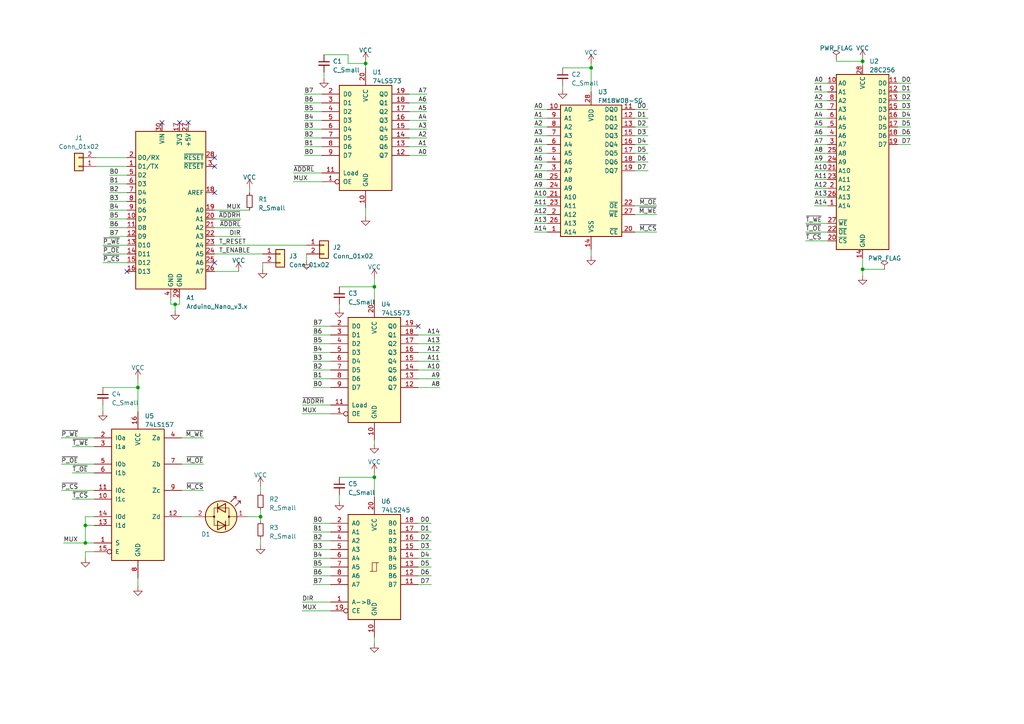
<source format=kicad_sch>
(kicad_sch (version 20230121) (generator eeschema)
  (paper "A4")
  (lib_symbols
    (symbol "74xx:74LS157" (pin_names (offset 1.016))
      (property "Reference" "U" (at -7.62 19.05 0))
      (property "Value" "74LS157" (at -7.62 -21.59 0))
      (symbol "74LS157_1_0"
        (pin input line (at -12.7 -15.24 0) (length 5.08) (name "S") (number "1"))
        (pin input line (at -12.7 -2.54 0) (length 5.08) (name "I1c") (number "10"))
        (pin input line (at -12.7 0 0) (length 5.08) (name "I0c") (number "11"))
        (pin output line (at 12.7 -7.62 180) (length 5.08) (name "Zd") (number "12"))
        (pin input line (at -12.7 -10.16 0) (length 5.08) (name "I1d") (number "13"))
        (pin input line (at -12.7 -7.62 0) (length 5.08) (name "I0d") (number "14"))
        (pin input inverted (at -12.7 -17.78 0) (length 5.08) (name "E") (number "15"))
        (pin power_in line (at 0 22.86 270) (length 5.08) (name "VCC") (number "16"))
        (pin input line (at -12.7 15.24 0) (length 5.08) (name "I0a") (number "2"))
        (pin input line (at -12.7 12.7 0) (length 5.08) (name "I1a") (number "3"))
        (pin output line (at 12.7 15.24 180) (length 5.08) (name "Za") (number "4"))
        (pin input line (at -12.7 7.62 0) (length 5.08) (name "I0b") (number "5"))
        (pin input line (at -12.7 5.08 0) (length 5.08) (name "I1b") (number "6"))
        (pin output line (at 12.7 7.62 180) (length 5.08) (name "Zb") (number "7"))
        (pin power_in line (at 0 -25.4 90) (length 5.08) (name "GND") (number "8"))
        (pin output line (at 12.7 0 180) (length 5.08) (name "Zc") (number "9"))
      )
      (symbol "74LS157_1_1"
        (rectangle (start -7.62 17.78) (end 7.62 -20.32) (stroke (width 0.254)) (fill (type background)))
      )
    )
    (symbol "74xx:74LS245" (pin_names (offset 1.016))
      (property "Reference" "U" (at -7.62 16.51 0))
      (property "Value" "74LS245" (at -7.62 -16.51 0))
      (symbol "74LS245_1_0"
        (polyline (pts (xy -0.635 -1.27) (xy -0.635 1.27) (xy 0.635 1.27)))
        (polyline (pts (xy -1.27 -1.27) (xy 0.635 -1.27) (xy 0.635 1.27) (xy 1.27 1.27)))
        (pin input line (at -12.7 -10.16 0) (length 5.08) (name "A->B") (number "1"))
        (pin power_in line (at 0 -20.32 90) (length 5.08) (name "GND") (number "10"))
        (pin tri_state line (at 12.7 -5.08 180) (length 5.08) (name "B7") (number "11"))
        (pin tri_state line (at 12.7 -2.54 180) (length 5.08) (name "B6") (number "12"))
        (pin tri_state line (at 12.7 0 180) (length 5.08) (name "B5") (number "13"))
        (pin tri_state line (at 12.7 2.54 180) (length 5.08) (name "B4") (number "14"))
        (pin tri_state line (at 12.7 5.08 180) (length 5.08) (name "B3") (number "15"))
        (pin tri_state line (at 12.7 7.62 180) (length 5.08) (name "B2") (number "16"))
        (pin tri_state line (at 12.7 10.16 180) (length 5.08) (name "B1") (number "17"))
        (pin tri_state line (at 12.7 12.7 180) (length 5.08) (name "B0") (number "18"))
        (pin input inverted (at -12.7 -12.7 0) (length 5.08) (name "CE") (number "19"))
        (pin tri_state line (at -12.7 12.7 0) (length 5.08) (name "A0") (number "2"))
        (pin power_in line (at 0 20.32 270) (length 5.08) (name "VCC") (number "20"))
        (pin tri_state line (at -12.7 10.16 0) (length 5.08) (name "A1") (number "3"))
        (pin tri_state line (at -12.7 7.62 0) (length 5.08) (name "A2") (number "4"))
        (pin tri_state line (at -12.7 5.08 0) (length 5.08) (name "A3") (number "5"))
        (pin tri_state line (at -12.7 2.54 0) (length 5.08) (name "A4") (number "6"))
        (pin tri_state line (at -12.7 0 0) (length 5.08) (name "A5") (number "7"))
        (pin tri_state line (at -12.7 -2.54 0) (length 5.08) (name "A6") (number "8"))
        (pin tri_state line (at -12.7 -5.08 0) (length 5.08) (name "A7") (number "9"))
      )
      (symbol "74LS245_1_1"
        (rectangle (start -7.62 15.24) (end 7.62 -15.24) (stroke (width 0.254)) (fill (type background)))
      )
    )
    (symbol "74xx:74LS573" (pin_names (offset 1.016))
      (property "Reference" "U" (at -7.62 16.51 0))
      (property "Value" "74LS573" (at -7.62 -16.51 0))
      (symbol "74LS573_1_0"
        (pin input inverted (at -12.7 -12.7 0) (length 5.08) (name "OE") (number "1"))
        (pin power_in line (at 0 -20.32 90) (length 5.08) (name "GND") (number "10"))
        (pin input line (at -12.7 -10.16 0) (length 5.08) (name "Load") (number "11"))
        (pin tri_state line (at 12.7 -5.08 180) (length 5.08) (name "Q7") (number "12"))
        (pin tri_state line (at 12.7 -2.54 180) (length 5.08) (name "Q6") (number "13"))
        (pin tri_state line (at 12.7 0 180) (length 5.08) (name "Q5") (number "14"))
        (pin tri_state line (at 12.7 2.54 180) (length 5.08) (name "Q4") (number "15"))
        (pin tri_state line (at 12.7 5.08 180) (length 5.08) (name "Q3") (number "16"))
        (pin tri_state line (at 12.7 7.62 180) (length 5.08) (name "Q2") (number "17"))
        (pin tri_state line (at 12.7 10.16 180) (length 5.08) (name "Q1") (number "18"))
        (pin tri_state line (at 12.7 12.7 180) (length 5.08) (name "Q0") (number "19"))
        (pin input line (at -12.7 12.7 0) (length 5.08) (name "D0") (number "2"))
        (pin power_in line (at 0 20.32 270) (length 5.08) (name "VCC") (number "20"))
        (pin input line (at -12.7 10.16 0) (length 5.08) (name "D1") (number "3"))
        (pin input line (at -12.7 7.62 0) (length 5.08) (name "D2") (number "4"))
        (pin input line (at -12.7 5.08 0) (length 5.08) (name "D3") (number "5"))
        (pin input line (at -12.7 2.54 0) (length 5.08) (name "D4") (number "6"))
        (pin input line (at -12.7 0 0) (length 5.08) (name "D5") (number "7"))
        (pin input line (at -12.7 -2.54 0) (length 5.08) (name "D6") (number "8"))
        (pin input line (at -12.7 -5.08 0) (length 5.08) (name "D7") (number "9"))
      )
      (symbol "74LS573_1_1"
        (rectangle (start -7.62 15.24) (end 7.62 -15.24) (stroke (width 0.254)) (fill (type background)))
      )
    )
    (symbol "Connector_Generic:Conn_01x02" (pin_names (offset 1.016) hide)
      (property "Reference" "J" (at 0 2.54 0))
      (property "Value" "Conn_01x02" (at 0 -5.08 0))
      (symbol "Conn_01x02_1_1"
        (rectangle (start -1.27 -2.413) (end 0 -2.667) (stroke (width 0.1524)))
        (rectangle (start -1.27 0.127) (end 0 -0.127) (stroke (width 0.1524)))
        (rectangle (start -1.27 1.27) (end 1.27 -3.81) (stroke (width 0.254)) (fill (type background)))
        (pin passive line (at -5.08 0 0) (length 3.81) (name "Pin_1") (number "1"))
        (pin passive line (at -5.08 -2.54 0) (length 3.81) (name "Pin_2") (number "2"))
      )
    )
    (symbol "Device:C_Small" (pin_numbers hide) (pin_names (offset 0.254) hide)
      (property "Reference" "C" (at 0.254 1.778 0))
      (property "Value" "C_Small" (at 0.254 -2.032 0))
      (symbol "C_Small_0_1"
        (polyline (pts (xy -1.524 -0.508) (xy 1.524 -0.508)) (stroke (width 0.3302)))
        (polyline (pts (xy -1.524 0.508) (xy 1.524 0.508)) (stroke (width 0.3048)))
      )
      (symbol "C_Small_1_1"
        (pin passive line (at 0 2.54 270) (length 2.032) (name "~") (number "1"))
        (pin passive line (at 0 -2.54 90) (length 2.032) (name "~") (number "2"))
      )
    )
    (symbol "Device:LED_Dual_Bidirectional" (pin_names (offset 0) hide)
      (property "Reference" "D" (at 0 5.715 0))
      (property "Value" "LED_Dual_Bidirectional" (at 0 -6.35 0))
      (symbol "LED_Dual_Bidirectional_0_1"
        (circle (center -2.032 0) (radius 0.254) (fill (type outline)))
        (polyline (pts (xy -4.572 0) (xy -2.54 0)))
        (polyline (pts (xy -2.032 0) (xy -2.54 0)))
        (polyline (pts (xy -1.016 3.81) (xy -1.016 1.27)) (stroke (width 0.254)))
        (polyline (pts (xy 1.27 -1.27) (xy 1.27 -3.81)) (stroke (width 0.254)))
        (polyline (pts (xy 4.064 0) (xy 2.286 0)) (fill (type outline)))
        (polyline (pts (xy 4.318 5.842) (xy 4.318 5.08)) (stroke (width 0.2032)))
        (polyline (pts (xy 5.588 4.572) (xy 5.588 3.81)) (stroke (width 0.2032)))
        (polyline (pts (xy 2.794 4.318) (xy 4.318 5.842) (xy 3.556 5.842)) (stroke (width 0.2032)))
        (polyline (pts (xy 4.064 3.048) (xy 5.588 4.572) (xy 4.826 4.572)) (stroke (width 0.2032)))
        (polyline (pts (xy -1.016 -1.27) (xy -1.016 -3.81) (xy 1.27 -2.54) (xy -1.016 -1.27)) (stroke (width 0.254)))
        (polyline (pts (xy 1.27 3.81) (xy 1.27 1.27) (xy -1.016 2.54) (xy 1.27 3.81)) (stroke (width 0.254)))
        (polyline (pts (xy 2.286 2.54) (xy -2.032 2.54) (xy -2.032 -2.54) (xy 2.286 -2.54) (xy 2.286 2.54)))
        (circle (center 0 0) (radius 4.572) (stroke (width 0.254)) (fill (type background)))
        (circle (center 2.286 0) (radius 0.254) (fill (type outline)))
      )
      (symbol "LED_Dual_Bidirectional_1_1"
        (pin input line (at 7.62 0 180) (length 3.81) (name "KA") (number "1"))
        (pin input line (at -7.62 0 0) (length 3.048) (name "AK") (number "2"))
      )
    )
    (symbol "Device:R_Small" (pin_numbers hide) (pin_names (offset 0.254) hide)
      (property "Reference" "R" (at 0.762 0.508 0))
      (property "Value" "R_Small" (at 0.762 -1.016 0))
      (symbol "R_Small_0_1"
        (rectangle (start -0.762 1.778) (end 0.762 -1.778) (stroke (width 0.2032)))
      )
      (symbol "R_Small_1_1"
        (pin passive line (at 0 2.54 270) (length 0.762) (name "~") (number "1"))
        (pin passive line (at 0 -2.54 90) (length 0.762) (name "~") (number "2"))
      )
    )
    (symbol "MCU_Module:Arduino_Nano_v3.x"
      (property "Reference" "A" (at -10.16 23.495 0))
      (property "Value" "Arduino_Nano_v3.x" (at 5.08 -24.13 0))
      (symbol "Arduino_Nano_v3.x_0_1"
        (rectangle (start -10.16 22.86) (end 10.16 -22.86) (stroke (width 0.254)) (fill (type background)))
      )
      (symbol "Arduino_Nano_v3.x_1_1"
        (pin bidirectional line (at -12.7 12.7 0) (length 2.54) (name "D1/TX") (number "1"))
        (pin bidirectional line (at -12.7 -2.54 0) (length 2.54) (name "D7") (number "10"))
        (pin bidirectional line (at -12.7 -5.08 0) (length 2.54) (name "D8") (number "11"))
        (pin bidirectional line (at -12.7 -7.62 0) (length 2.54) (name "D9") (number "12"))
        (pin bidirectional line (at -12.7 -10.16 0) (length 2.54) (name "D10") (number "13"))
        (pin bidirectional line (at -12.7 -12.7 0) (length 2.54) (name "D11") (number "14"))
        (pin bidirectional line (at -12.7 -15.24 0) (length 2.54) (name "D12") (number "15"))
        (pin bidirectional line (at -12.7 -17.78 0) (length 2.54) (name "D13") (number "16"))
        (pin power_out line (at 2.54 25.4 270) (length 2.54) (name "3V3") (number "17"))
        (pin input line (at 12.7 5.08 180) (length 2.54) (name "AREF") (number "18"))
        (pin bidirectional line (at 12.7 0 180) (length 2.54) (name "A0") (number "19"))
        (pin bidirectional line (at -12.7 15.24 0) (length 2.54) (name "D0/RX") (number "2"))
        (pin bidirectional line (at 12.7 -2.54 180) (length 2.54) (name "A1") (number "20"))
        (pin bidirectional line (at 12.7 -5.08 180) (length 2.54) (name "A2") (number "21"))
        (pin bidirectional line (at 12.7 -7.62 180) (length 2.54) (name "A3") (number "22"))
        (pin bidirectional line (at 12.7 -10.16 180) (length 2.54) (name "A4") (number "23"))
        (pin bidirectional line (at 12.7 -12.7 180) (length 2.54) (name "A5") (number "24"))
        (pin bidirectional line (at 12.7 -15.24 180) (length 2.54) (name "A6") (number "25"))
        (pin bidirectional line (at 12.7 -17.78 180) (length 2.54) (name "A7") (number "26"))
        (pin power_out line (at 5.08 25.4 270) (length 2.54) (name "+5V") (number "27"))
        (pin input line (at 12.7 15.24 180) (length 2.54) (name "~{RESET}") (number "28"))
        (pin power_in line (at 2.54 -25.4 90) (length 2.54) (name "GND") (number "29"))
        (pin input line (at 12.7 12.7 180) (length 2.54) (name "~{RESET}") (number "3"))
        (pin power_in line (at -2.54 25.4 270) (length 2.54) (name "VIN") (number "30"))
        (pin power_in line (at 0 -25.4 90) (length 2.54) (name "GND") (number "4"))
        (pin bidirectional line (at -12.7 10.16 0) (length 2.54) (name "D2") (number "5"))
        (pin bidirectional line (at -12.7 7.62 0) (length 2.54) (name "D3") (number "6"))
        (pin bidirectional line (at -12.7 5.08 0) (length 2.54) (name "D4") (number "7"))
        (pin bidirectional line (at -12.7 2.54 0) (length 2.54) (name "D5") (number "8"))
        (pin bidirectional line (at -12.7 0 0) (length 2.54) (name "D6") (number "9"))
      )
    )
    (symbol "Memory_EEPROM:28C256"
      (property "Reference" "U" (at -7.62 26.67 0))
      (property "Value" "28C256" (at 2.54 -26.67 0))
      (symbol "28C256_1_1"
        (rectangle (start -7.62 25.4) (end 7.62 -25.4) (stroke (width 0.254)) (fill (type background)))
        (pin input line (at -10.16 -12.7 0) (length 2.54) (name "A14") (number "1"))
        (pin input line (at -10.16 22.86 0) (length 2.54) (name "A0") (number "10"))
        (pin tri_state line (at 10.16 22.86 180) (length 2.54) (name "D0") (number "11"))
        (pin tri_state line (at 10.16 20.32 180) (length 2.54) (name "D1") (number "12"))
        (pin tri_state line (at 10.16 17.78 180) (length 2.54) (name "D2") (number "13"))
        (pin power_in line (at 0 -27.94 90) (length 2.54) (name "GND") (number "14"))
        (pin tri_state line (at 10.16 15.24 180) (length 2.54) (name "D3") (number "15"))
        (pin tri_state line (at 10.16 12.7 180) (length 2.54) (name "D4") (number "16"))
        (pin tri_state line (at 10.16 10.16 180) (length 2.54) (name "D5") (number "17"))
        (pin tri_state line (at 10.16 7.62 180) (length 2.54) (name "D6") (number "18"))
        (pin tri_state line (at 10.16 5.08 180) (length 2.54) (name "D7") (number "19"))
        (pin input line (at -10.16 -7.62 0) (length 2.54) (name "A12") (number "2"))
        (pin input line (at -10.16 -22.86 0) (length 2.54) (name "~{CS}") (number "20"))
        (pin input line (at -10.16 -2.54 0) (length 2.54) (name "A10") (number "21"))
        (pin input line (at -10.16 -20.32 0) (length 2.54) (name "~{OE}") (number "22"))
        (pin input line (at -10.16 -5.08 0) (length 2.54) (name "A11") (number "23"))
        (pin input line (at -10.16 0 0) (length 2.54) (name "A9") (number "24"))
        (pin input line (at -10.16 2.54 0) (length 2.54) (name "A8") (number "25"))
        (pin input line (at -10.16 -10.16 0) (length 2.54) (name "A13") (number "26"))
        (pin input line (at -10.16 -17.78 0) (length 2.54) (name "~{WE}") (number "27"))
        (pin power_in line (at 0 27.94 270) (length 2.54) (name "VCC") (number "28"))
        (pin input line (at -10.16 5.08 0) (length 2.54) (name "A7") (number "3"))
        (pin input line (at -10.16 7.62 0) (length 2.54) (name "A6") (number "4"))
        (pin input line (at -10.16 10.16 0) (length 2.54) (name "A5") (number "5"))
        (pin input line (at -10.16 12.7 0) (length 2.54) (name "A4") (number "6"))
        (pin input line (at -10.16 15.24 0) (length 2.54) (name "A3") (number "7"))
        (pin input line (at -10.16 17.78 0) (length 2.54) (name "A2") (number "8"))
        (pin input line (at -10.16 20.32 0) (length 2.54) (name "A1") (number "9"))
      )
    )
    (symbol "Memory_NVRAM:FM18W08-SG" (pin_names (offset 1.016))
      (property "Reference" "U" (at -7.62 20.32 0))
      (property "Value" "FM18W08-SG" (at 1.27 20.32 0))
      (symbol "FM18W08-SG_0_1"
        (rectangle (start -8.89 19.05) (end 8.89 -19.05) (stroke (width 0.254)) (fill (type background)))
      )
      (symbol "FM18W08-SG_1_1"
        (pin input line (at -12.7 -17.78 0) (length 3.81) (name "A14") (number "1"))
        (pin input line (at -12.7 17.78 0) (length 3.81) (name "A0") (number "10"))
        (pin bidirectional line (at 12.7 17.78 180) (length 3.81) (name "DQ0") (number "11"))
        (pin bidirectional line (at 12.7 15.24 180) (length 3.81) (name "DQ1") (number "12"))
        (pin bidirectional line (at 12.7 12.7 180) (length 3.81) (name "DQ2") (number "13"))
        (pin power_in line (at 0 -22.86 90) (length 3.81) (name "VSS") (number "14"))
        (pin bidirectional line (at 12.7 10.16 180) (length 3.81) (name "DQ3") (number "15"))
        (pin bidirectional line (at 12.7 7.62 180) (length 3.81) (name "DQ4") (number "16"))
        (pin bidirectional line (at 12.7 5.08 180) (length 3.81) (name "DQ5") (number "17"))
        (pin bidirectional line (at 12.7 2.54 180) (length 3.81) (name "DQ6") (number "18"))
        (pin bidirectional line (at 12.7 0 180) (length 3.81) (name "DQ7") (number "19"))
        (pin input line (at -12.7 -12.7 0) (length 3.81) (name "A12") (number "2"))
        (pin input line (at 12.7 -17.78 180) (length 3.81) (name "~{CE}") (number "20"))
        (pin input line (at -12.7 -7.62 0) (length 3.81) (name "A10") (number "21"))
        (pin input line (at 12.7 -10.16 180) (length 3.81) (name "~{OE}") (number "22"))
        (pin input line (at -12.7 -10.16 0) (length 3.81) (name "A11") (number "23"))
        (pin input line (at -12.7 -5.08 0) (length 3.81) (name "A9") (number "24"))
        (pin input line (at -12.7 -2.54 0) (length 3.81) (name "A8") (number "25"))
        (pin input line (at -12.7 -15.24 0) (length 3.81) (name "A13") (number "26"))
        (pin input line (at 12.7 -12.7 180) (length 3.81) (name "~{WE}") (number "27"))
        (pin power_in line (at 0 22.86 270) (length 3.81) (name "VDD") (number "28"))
        (pin input line (at -12.7 0 0) (length 3.81) (name "A7") (number "3"))
        (pin input line (at -12.7 2.54 0) (length 3.81) (name "A6") (number "4"))
        (pin input line (at -12.7 5.08 0) (length 3.81) (name "A5") (number "5"))
        (pin input line (at -12.7 7.62 0) (length 3.81) (name "A4") (number "6"))
        (pin input line (at -12.7 10.16 0) (length 3.81) (name "A3") (number "7"))
        (pin input line (at -12.7 12.7 0) (length 3.81) (name "A2") (number "8"))
        (pin input line (at -12.7 15.24 0) (length 3.81) (name "A1") (number "9"))
      )
    )
    (symbol "power:GND" (power) (pin_names (offset 0))
      (property "Value" "GND" (at 0 -3.81 0))
      (symbol "GND_0_1"
        (polyline (pts (xy 0 0) (xy 0 -1.27) (xy 1.27 -1.27) (xy 0 -2.54) (xy -1.27 -1.27) (xy 0 -1.27)))
      )
      (symbol "GND_1_1"
        (pin power_in line (at 0 0 270) (length 0) hide (name "GND") (number "1"))
      )
    )
    (symbol "power:PWR_FLAG" (power) (pin_numbers hide) (pin_names (offset 0) hide)
      (property "Value" "PWR_FLAG" (at 0 3.81 0))
      (symbol "PWR_FLAG_0_0"
        (pin power_out line (at 0 0 90) (length 0) (name "pwr") (number "1"))
      )
      (symbol "PWR_FLAG_0_1"
        (polyline (pts (xy 0 0) (xy 0 1.27) (xy -1.016 1.905) (xy 0 2.54) (xy 1.016 1.905) (xy 0 1.27)))
      )
    )
    (symbol "power:VCC" (power) (pin_names (offset 0))
      (property "Value" "VCC" (at 0 3.81 0))
      (symbol "VCC_0_1"
        (polyline (pts (xy -0.762 1.27) (xy 0 2.54)))
        (polyline (pts (xy 0 0) (xy 0 2.54)))
        (polyline (pts (xy 0 2.54) (xy 0.762 1.27)))
      )
      (symbol "VCC_1_1"
        (pin power_in line (at 0 0 90) (length 0) hide (name "VCC") (number "1"))
      )
    )
  )
  (junction (at 250.19 17.78))
  (junction (at 24.765 152.4))
  (junction (at 171.45 19.685))
  (junction (at 24.765 157.48))
  (junction (at 50.8 88.265))
  (junction (at 108.585 138.43))
  (junction (at 106.045 18.415))
  (junction (at 108.585 83.185))
  (junction (at 40.005 112.395))
  (junction (at 75.565 149.86))
  (junction (at 250.19 78.105))
  (no_connect (at 185.42 -12.065))
  (no_connect (at 36.83 78.74))
  (no_connect (at 62.23 48.26))
  (no_connect (at 62.23 45.72))
  (no_connect (at 46.99 35.56))
  (no_connect (at 121.285 94.615))
  (no_connect (at 54.61 35.56))
  (no_connect (at 62.23 55.88))
  (no_connect (at 62.23 76.2))
  (no_connect (at 52.07 35.56))
  (wire (pts (xy 154.94 41.91) (xy 158.75 41.91)))
  (wire (pts (xy 95.885 161.925) (xy 90.805 161.925)))
  (wire (pts (xy 121.285 151.765) (xy 125.095 151.765)))
  (wire (pts (xy 236.22 57.15) (xy 240.03 57.15)))
  (wire (pts (xy 236.22 41.91) (xy 240.03 41.91)))
  (wire (pts (xy 40.005 109.855) (xy 40.005 112.395)))
  (wire (pts (xy 260.35 41.91) (xy 264.16 41.91)))
  (wire (pts (xy 236.22 44.45) (xy 240.03 44.45)))
  (wire (pts (xy 20.955 129.54) (xy 27.305 129.54)))
  (wire (pts (xy 95.885 167.005) (xy 90.805 167.005)))
  (wire (pts (xy 52.705 134.62) (xy 59.055 134.62)))
  (wire (pts (xy 50.8 88.265) (xy 50.8 90.17)))
  (wire (pts (xy 250.19 17.78) (xy 250.19 19.05)))
  (wire (pts (xy 118.745 32.385) (xy 123.825 32.385)))
  (wire (pts (xy 27.305 149.86) (xy 24.765 149.86)))
  (wire (pts (xy 93.98 15.875) (xy 100.965 15.875)))
  (wire (pts (xy 154.94 49.53) (xy 158.75 49.53)))
  (wire (pts (xy 36.83 55.88) (xy 31.75 55.88)))
  (wire (pts (xy 154.94 52.07) (xy 158.75 52.07)))
  (wire (pts (xy 108.585 127.635) (xy 108.585 128.905)))
  (wire (pts (xy 52.07 86.36) (xy 52.07 88.265)))
  (wire (pts (xy 121.285 169.545) (xy 125.095 169.545)))
  (wire (pts (xy 85.09 50.165) (xy 93.345 50.165)))
  (wire (pts (xy 106.045 60.325) (xy 106.045 62.865)))
  (wire (pts (xy 154.94 67.31) (xy 158.75 67.31)))
  (wire (pts (xy 260.35 24.13) (xy 264.16 24.13)))
  (wire (pts (xy 121.285 107.315) (xy 127.635 107.315)))
  (wire (pts (xy 71.755 149.86) (xy 75.565 149.86)))
  (wire (pts (xy 17.78 134.62) (xy 27.305 134.62)))
  (wire (pts (xy 36.83 60.96) (xy 31.75 60.96)))
  (wire (pts (xy 36.83 50.8) (xy 31.75 50.8)))
  (wire (pts (xy 121.285 104.775) (xy 127.635 104.775)))
  (wire (pts (xy 62.23 60.96) (xy 72.39 60.96)))
  (wire (pts (xy 62.23 63.5) (xy 69.85 63.5)))
  (wire (pts (xy 242.57 17.78) (xy 242.57 17.145)))
  (wire (pts (xy 98.425 143.51) (xy 98.425 145.415)))
  (wire (pts (xy 236.22 31.75) (xy 240.03 31.75)))
  (wire (pts (xy 20.955 144.78) (xy 27.305 144.78)))
  (wire (pts (xy 20.955 137.16) (xy 27.305 137.16)))
  (wire (pts (xy 260.35 26.67) (xy 264.16 26.67)))
  (wire (pts (xy 93.345 27.305) (xy 88.265 27.305)))
  (wire (pts (xy 75.565 147.955) (xy 75.565 149.86)))
  (wire (pts (xy 93.345 40.005) (xy 88.265 40.005)))
  (wire (pts (xy 108.585 137.16) (xy 108.585 138.43)))
  (wire (pts (xy 36.83 68.58) (xy 31.75 68.58)))
  (wire (pts (xy 163.195 24.765) (xy 163.195 26.035)))
  (wire (pts (xy 184.15 41.91) (xy 187.96 41.91)))
  (wire (pts (xy 108.585 138.43) (xy 108.585 144.145)))
  (wire (pts (xy 121.285 99.695) (xy 127.635 99.695)))
  (wire (pts (xy 250.19 78.105) (xy 256.54 78.105)))
  (wire (pts (xy 121.285 154.305) (xy 125.095 154.305)))
  (wire (pts (xy 121.285 167.005) (xy 125.095 167.005)))
  (wire (pts (xy 95.885 112.395) (xy 90.805 112.395)))
  (wire (pts (xy 171.45 19.685) (xy 171.45 26.67)))
  (wire (pts (xy 49.53 86.36) (xy 49.53 88.265)))
  (wire (pts (xy 93.345 34.925) (xy 88.265 34.925)))
  (wire (pts (xy 17.78 142.24) (xy 27.305 142.24)))
  (wire (pts (xy 24.765 149.86) (xy 24.765 152.4)))
  (wire (pts (xy 24.765 152.4) (xy 24.765 157.48)))
  (wire (pts (xy 50.8 88.265) (xy 52.07 88.265)))
  (wire (pts (xy 184.15 59.69) (xy 190.5 59.69)))
  (wire (pts (xy 95.885 102.235) (xy 90.805 102.235)))
  (wire (pts (xy 184.15 44.45) (xy 187.96 44.45)))
  (wire (pts (xy 93.345 45.085) (xy 88.265 45.085)))
  (wire (pts (xy 95.885 169.545) (xy 90.805 169.545)))
  (wire (pts (xy 236.22 26.67) (xy 240.03 26.67)))
  (wire (pts (xy 154.94 46.99) (xy 158.75 46.99)))
  (wire (pts (xy 121.285 164.465) (xy 125.095 164.465)))
  (wire (pts (xy 95.885 120.015) (xy 87.63 120.015)))
  (wire (pts (xy 93.345 37.465) (xy 88.265 37.465)))
  (wire (pts (xy 118.745 37.465) (xy 123.825 37.465)))
  (wire (pts (xy 233.68 64.77) (xy 240.03 64.77)))
  (wire (pts (xy 184.15 39.37) (xy 187.96 39.37)))
  (wire (pts (xy 87.63 117.475) (xy 95.885 117.475)))
  (wire (pts (xy 236.22 36.83) (xy 240.03 36.83)))
  (wire (pts (xy 154.94 64.77) (xy 158.75 64.77)))
  (wire (pts (xy 236.22 54.61) (xy 240.03 54.61)))
  (wire (pts (xy 236.22 49.53) (xy 240.03 49.53)))
  (wire (pts (xy 171.45 18.415) (xy 171.45 19.685)))
  (wire (pts (xy 250.19 74.93) (xy 250.19 78.105)))
  (wire (pts (xy 118.745 34.925) (xy 123.825 34.925)))
  (wire (pts (xy 121.285 112.395) (xy 127.635 112.395)))
  (wire (pts (xy 233.68 69.85) (xy 240.03 69.85)))
  (wire (pts (xy 18.415 157.48) (xy 24.765 157.48)))
  (wire (pts (xy 184.15 46.99) (xy 187.96 46.99)))
  (wire (pts (xy 184.15 67.31) (xy 190.5 67.31)))
  (wire (pts (xy 260.35 29.21) (xy 264.16 29.21)))
  (wire (pts (xy 93.345 29.845) (xy 88.265 29.845)))
  (wire (pts (xy 106.045 18.415) (xy 106.045 19.685)))
  (wire (pts (xy 154.94 36.83) (xy 158.75 36.83)))
  (wire (pts (xy 154.94 62.23) (xy 158.75 62.23)))
  (wire (pts (xy 27.94 45.72) (xy 36.83 45.72)))
  (wire (pts (xy 40.005 167.64) (xy 40.005 170.18)))
  (wire (pts (xy 121.285 102.235) (xy 127.635 102.235)))
  (wire (pts (xy 118.745 27.305) (xy 123.825 27.305)))
  (wire (pts (xy 171.45 72.39) (xy 171.45 74.295)))
  (wire (pts (xy 236.22 29.21) (xy 240.03 29.21)))
  (wire (pts (xy 154.94 59.69) (xy 158.75 59.69)))
  (wire (pts (xy 236.22 34.29) (xy 240.03 34.29)))
  (wire (pts (xy 24.765 152.4) (xy 27.305 152.4)))
  (wire (pts (xy 163.195 19.685) (xy 171.45 19.685)))
  (wire (pts (xy 236.22 59.69) (xy 240.03 59.69)))
  (wire (pts (xy 17.78 127) (xy 27.305 127)))
  (wire (pts (xy 98.425 83.185) (xy 108.585 83.185)))
  (wire (pts (xy 75.565 149.86) (xy 75.565 151.13)))
  (wire (pts (xy 29.845 112.395) (xy 40.005 112.395)))
  (wire (pts (xy 85.09 52.705) (xy 93.345 52.705)))
  (wire (pts (xy 95.885 107.315) (xy 90.805 107.315)))
  (wire (pts (xy 121.285 161.925) (xy 125.095 161.925)))
  (wire (pts (xy 118.745 45.085) (xy 123.825 45.085)))
  (wire (pts (xy 184.15 49.53) (xy 187.96 49.53)))
  (wire (pts (xy 36.83 53.34) (xy 31.75 53.34)))
  (wire (pts (xy 106.045 17.78) (xy 106.045 18.415)))
  (wire (pts (xy 52.705 149.86) (xy 56.515 149.86)))
  (wire (pts (xy 95.885 177.165) (xy 87.63 177.165)))
  (wire (pts (xy 121.285 156.845) (xy 125.095 156.845)))
  (wire (pts (xy 27.94 48.26) (xy 36.83 48.26)))
  (wire (pts (xy 118.745 42.545) (xy 123.825 42.545)))
  (wire (pts (xy 95.885 154.305) (xy 90.805 154.305)))
  (wire (pts (xy 154.94 54.61) (xy 158.75 54.61)))
  (wire (pts (xy 184.15 62.23) (xy 190.5 62.23)))
  (wire (pts (xy 95.885 156.845) (xy 90.805 156.845)))
  (wire (pts (xy 108.585 80.645) (xy 108.585 83.185)))
  (wire (pts (xy 184.15 34.29) (xy 187.96 34.29)))
  (wire (pts (xy 24.765 160.02) (xy 24.765 161.925)))
  (wire (pts (xy 236.22 39.37) (xy 240.03 39.37)))
  (wire (pts (xy 154.94 39.37) (xy 158.75 39.37)))
  (wire (pts (xy 236.22 24.13) (xy 240.03 24.13)))
  (wire (pts (xy 95.885 164.465) (xy 90.805 164.465)))
  (wire (pts (xy 87.63 174.625) (xy 95.885 174.625)))
  (wire (pts (xy 184.15 31.75) (xy 187.96 31.75)))
  (wire (pts (xy 154.94 34.29) (xy 158.75 34.29)))
  (wire (pts (xy 75.565 156.21) (xy 75.565 158.115)))
  (wire (pts (xy 95.885 159.385) (xy 90.805 159.385)))
  (wire (pts (xy 72.39 54.61) (xy 72.39 55.88)))
  (wire (pts (xy 233.68 67.31) (xy 240.03 67.31)))
  (wire (pts (xy 95.885 99.695) (xy 90.805 99.695)))
  (wire (pts (xy 95.885 151.765) (xy 90.805 151.765)))
  (wire (pts (xy 93.345 42.545) (xy 88.265 42.545)))
  (wire (pts (xy 49.53 88.265) (xy 50.8 88.265)))
  (wire (pts (xy 100.965 15.875) (xy 100.965 18.415)))
  (wire (pts (xy 93.345 32.385) (xy 88.265 32.385)))
  (wire (pts (xy 62.23 66.04) (xy 69.85 66.04)))
  (wire (pts (xy 121.285 109.855) (xy 127.635 109.855)))
  (wire (pts (xy 100.965 18.415) (xy 106.045 18.415)))
  (wire (pts (xy 29.845 117.475) (xy 29.845 119.38)))
  (wire (pts (xy 95.885 97.155) (xy 90.805 97.155)))
  (wire (pts (xy 76.2 76.2) (xy 76.2 78.105)))
  (wire (pts (xy 121.285 159.385) (xy 125.095 159.385)))
  (wire (pts (xy 260.35 34.29) (xy 264.16 34.29)))
  (wire (pts (xy 62.23 78.74) (xy 69.215 78.74)))
  (wire (pts (xy 95.885 104.775) (xy 90.805 104.775)))
  (wire (pts (xy 29.845 76.2) (xy 36.83 76.2)))
  (wire (pts (xy 36.83 58.42) (xy 31.75 58.42)))
  (wire (pts (xy 154.94 44.45) (xy 158.75 44.45)))
  (wire (pts (xy 236.22 52.07) (xy 240.03 52.07)))
  (wire (pts (xy 93.98 20.955) (xy 93.98 22.86)))
  (wire (pts (xy 250.19 17.78) (xy 242.57 17.78)))
  (wire (pts (xy 108.585 184.785) (xy 108.585 186.69)))
  (wire (pts (xy 260.35 39.37) (xy 264.16 39.37)))
  (wire (pts (xy 29.845 71.12) (xy 36.83 71.12)))
  (wire (pts (xy 95.885 94.615) (xy 90.805 94.615)))
  (wire (pts (xy 121.285 97.155) (xy 127.635 97.155)))
  (wire (pts (xy 40.005 112.395) (xy 40.005 119.38)))
  (wire (pts (xy 95.885 109.855) (xy 90.805 109.855)))
  (wire (pts (xy 250.19 17.145) (xy 250.19 17.78)))
  (wire (pts (xy 62.23 68.58) (xy 69.85 68.58)))
  (wire (pts (xy 36.83 66.04) (xy 31.75 66.04)))
  (wire (pts (xy 98.425 138.43) (xy 108.585 138.43)))
  (wire (pts (xy 118.745 40.005) (xy 123.825 40.005)))
  (wire (pts (xy 154.94 31.75) (xy 158.75 31.75)))
  (wire (pts (xy 24.765 157.48) (xy 27.305 157.48)))
  (wire (pts (xy 154.94 57.15) (xy 158.75 57.15)))
  (wire (pts (xy 118.745 29.845) (xy 123.825 29.845)))
  (wire (pts (xy 29.845 73.66) (xy 36.83 73.66)))
  (wire (pts (xy 62.23 73.66) (xy 76.2 73.66)))
  (wire (pts (xy 36.83 63.5) (xy 31.75 63.5)))
  (wire (pts (xy 88.9 73.66) (xy 88.9 75.565)))
  (wire (pts (xy 236.22 46.99) (xy 240.03 46.99)))
  (wire (pts (xy 108.585 83.185) (xy 108.585 86.995)))
  (wire (pts (xy 62.23 71.12) (xy 88.9 71.12)))
  (wire (pts (xy 52.705 142.24) (xy 59.055 142.24)))
  (wire (pts (xy 260.35 31.75) (xy 264.16 31.75)))
  (wire (pts (xy 250.19 78.105) (xy 250.19 80.01)))
  (wire (pts (xy 98.425 88.265) (xy 98.425 89.535)))
  (wire (pts (xy 24.765 160.02) (xy 27.305 160.02)))
  (wire (pts (xy 184.15 36.83) (xy 187.96 36.83)))
  (wire (pts (xy 52.705 127) (xy 59.055 127)))
  (wire (pts (xy 260.35 36.83) (xy 264.16 36.83)))
  (wire (pts (xy 75.565 140.97) (xy 75.565 142.875)))
  (label "D5" (at 121.92 164.465 0))
  (label "A14" (at 127.635 97.155 180))
  (label "B5" (at 88.265 32.385 0))
  (label "D3" (at 121.92 159.385 0))
  (label "D1" (at 121.92 154.305 0))
  (label "D7" (at 121.92 169.545 0))
  (label "B4" (at 90.805 102.235 0))
  (label "~{M_OE}" (at 190.5 59.69 180))
  (label "A14" (at 154.94 67.31 0))
  (label "D7" (at 184.785 49.53 0))
  (label "B6" (at 90.805 167.005 0))
  (label "B5" (at 90.805 164.465 0))
  (label "D7" (at 264.16 41.91 180))
  (label "B3" (at 90.805 159.385 0))
  (label "A9" (at 236.22 46.99 0))
  (label "B1" (at 90.805 109.855 0))
  (label "A4" (at 123.825 34.925 180))
  (label "~{M_CS}" (at 190.5 67.31 180))
  (label "A3" (at 236.22 31.75 0))
  (label "~{T_OE}" (at 233.68 67.31 0))
  (label "~{M_CS}" (at 59.055 142.24 180))
  (label "B7" (at 90.805 94.615 0))
  (label "D1" (at 184.785 34.29 0))
  (label "A3" (at 154.94 39.37 0))
  (label "B7" (at 90.805 169.545 0))
  (label "~{M_OE}" (at 59.055 134.62 180))
  (label "B1" (at 88.265 42.545 0))
  (label "~{T_CS}" (at 20.955 144.78 0))
  (label "A9" (at 127.635 109.855 180))
  (label "MUX" (at 18.415 157.48 0))
  (label "D4" (at 264.16 34.29 180))
  (label "D5" (at 264.16 36.83 180))
  (label "A14" (at 236.22 59.69 0))
  (label "B4" (at 31.75 60.96 0))
  (label "D3" (at 264.16 31.75 180))
  (label "A2" (at 123.825 40.005 180))
  (label "A12" (at 236.22 54.61 0))
  (label "A11" (at 154.94 59.69 0))
  (label "A10" (at 236.22 49.53 0))
  (label "A8" (at 154.94 52.07 0))
  (label "A6" (at 123.825 29.845 180))
  (label "A13" (at 127.635 99.695 180))
  (label "D6" (at 121.92 167.005 0))
  (label "A2" (at 154.94 36.83 0))
  (label "A4" (at 154.94 41.91 0))
  (label "~{T_WE}" (at 20.955 129.54 0))
  (label "T_ENABLE" (at 63.5 73.66 0))
  (label "A0" (at 154.94 31.75 0))
  (label "~{ADDRH}" (at 87.63 117.475 0))
  (label "D0" (at 184.785 31.75 0))
  (label "A13" (at 236.22 57.15 0))
  (label "A11" (at 127.635 104.775 180))
  (label "A7" (at 123.825 27.305 180))
  (label "~{ADDRH}" (at 69.85 63.5 180))
  (label "~{P_CS}" (at 17.78 142.24 0))
  (label "B7" (at 88.265 27.305 0))
  (label "A1" (at 123.825 42.545 180))
  (label "B0" (at 90.805 112.395 0))
  (label "A3" (at 123.825 37.465 180))
  (label "D0" (at 264.16 24.13 180))
  (label "B5" (at 90.805 99.695 0))
  (label "A7" (at 154.94 49.53 0))
  (label "~{P_OE}" (at 17.78 134.62 0))
  (label "A5" (at 123.825 32.385 180))
  (label "A6" (at 154.94 46.99 0))
  (label "~{P_WE}" (at 29.845 71.12 0))
  (label "D2" (at 184.785 36.83 0))
  (label "D6" (at 264.16 39.37 180))
  (label "MUX" (at 87.63 177.165 0))
  (label "D4" (at 184.785 41.91 0))
  (label "MUX" (at 85.09 52.705 0))
  (label "B1" (at 90.805 154.305 0))
  (label "B6" (at 31.75 66.04 0))
  (label "D5" (at 184.785 44.45 0))
  (label "B6" (at 88.265 29.845 0))
  (label "~{ADDRL}" (at 69.85 66.04 180))
  (label "A13" (at 154.94 64.77 0))
  (label "B3" (at 88.265 37.465 0))
  (label "B0" (at 31.75 50.8 0))
  (label "A8" (at 236.22 44.45 0))
  (label "MUX" (at 69.85 60.96 180))
  (label "D1" (at 264.16 26.67 180))
  (label "A10" (at 154.94 57.15 0))
  (label "MUX" (at 87.63 120.015 0))
  (label "B3" (at 90.805 104.775 0))
  (label "B1" (at 31.75 53.34 0))
  (label "DIR" (at 69.85 68.58 180))
  (label "A0" (at 236.22 24.13 0))
  (label "B3" (at 31.75 58.42 0))
  (label "D2" (at 121.92 156.845 0))
  (label "B0" (at 90.805 151.765 0))
  (label "B2" (at 90.805 156.845 0))
  (label "A4" (at 236.22 34.29 0))
  (label "B2" (at 31.75 55.88 0))
  (label "~{P_CS}" (at 29.845 76.2 0))
  (label "B2" (at 90.805 107.315 0))
  (label "A10" (at 127.635 107.315 180))
  (label "A5" (at 154.94 44.45 0))
  (label "A6" (at 236.22 39.37 0))
  (label "A2" (at 236.22 29.21 0))
  (label "B4" (at 90.805 161.925 0))
  (label "B5" (at 31.75 63.5 0))
  (label "~{P_OE}" (at 29.845 73.66 0))
  (label "B7" (at 31.75 68.58 0))
  (label "A8" (at 127.635 112.395 180))
  (label "D2" (at 264.16 29.21 180))
  (label "B4" (at 88.265 34.925 0))
  (label "A1" (at 154.94 34.29 0))
  (label "~{T_WE}" (at 233.68 64.77 0))
  (label "A9" (at 154.94 54.61 0))
  (label "B2" (at 88.265 40.005 0))
  (label "~{M_WE}" (at 59.055 127 180))
  (label "T_RESET" (at 63.5 71.12 0))
  (label "D0" (at 121.92 151.765 0))
  (label "B6" (at 90.805 97.155 0))
  (label "~{ADDRL}" (at 85.09 50.165 0))
  (label "~{P_WE}" (at 17.78 127 0))
  (label "D4" (at 121.92 161.925 0))
  (label "A7" (at 236.22 41.91 0))
  (label "D3" (at 184.785 39.37 0))
  (label "~{T_OE}" (at 20.955 137.16 0))
  (label "A1" (at 236.22 26.67 0))
  (label "B0" (at 88.265 45.085 0))
  (label "A12" (at 154.94 62.23 0))
  (label "A12" (at 127.635 102.235 180))
  (label "~{T_CS}" (at 233.68 69.85 0))
  (label "DIR" (at 87.63 174.625 0))
  (label "A0" (at 123.825 45.085 180))
  (label "A5" (at 236.22 36.83 0))
  (label "~{M_WE}" (at 190.5 62.23 180))
  (label "D6" (at 184.785 46.99 0))
  (label "A11" (at 236.22 52.07 0))
  (symbol (lib_id "power:GND") (at 108.585 186.69 0) (unit 1)
    (property "Reference" "#PWR025" (effects hide))
    (property "Value" "GND" (effects hide))
  )
  (symbol (lib_id "Device:C_Small") (at 98.425 140.97 0) (unit 1)
    (property "Reference" "C5" (at 100.965 140.3413 0) (effects (justify left)))
    (property "Value" "C_Small" (at 100.965 142.8813 0) (effects (justify left)))
    (property "Footprint" "Capacitor_THT:C_Rect_L7.2mm_W3.0mm_P5.00mm_FKS2_FKP2_MKS2_MKP2" (effects hide))
  )
  (symbol (lib_id "power:GND") (at 40.005 170.18 0) (unit 1)
    (property "Reference" "#PWR024" (effects hide))
    (property "Value" "GND" (effects hide))
  )
  (symbol (lib_id "power:VCC") (at 250.19 17.145 0) (unit 1)
    (property "Reference" "#PWR01" (effects hide))
    (property "Value" "VCC" (at 250.19 13.97 0))
  )
  (symbol (lib_id "power:GND") (at 88.9 75.565 0) (unit 1)
    (property "Reference" "#PWR09" (effects hide))
    (property "Value" "GND" (effects hide))
  )
  (symbol (lib_id "Connector_Generic:Conn_01x02") (at 22.86 48.26 180) (unit 1)
    (property "Reference" "J1" (at 22.86 40.005 0))
    (property "Value" "Conn_01x02" (at 22.86 42.545 0))
    (property "Footprint" "Connector_PinHeader_2.54mm:PinHeader_1x02_P2.54mm_Vertical" (effects hide))
  )
  (symbol (lib_id "power:GND") (at 24.765 161.925 0) (unit 1)
    (property "Reference" "#PWR023" (effects hide))
    (property "Value" "GND" (effects hide))
  )
  (symbol (lib_id "power:GND") (at 250.19 80.01 0) (unit 1)
    (property "Reference" "#PWR012" (effects hide))
    (property "Value" "GND" (effects hide))
  )
  (symbol (lib_id "power:GND") (at 108.585 128.905 0) (unit 1)
    (property "Reference" "#PWR018" (effects hide))
    (property "Value" "GND" (effects hide))
  )
  (symbol (lib_id "74xx:74LS573") (at 106.045 40.005 0) (unit 1)
    (property "Reference" "U1" (at 108.0009 20.955 0) (effects (justify left)))
    (property "Value" "74LS573" (at 108.0009 23.495 0) (effects (justify left)))
    (property "Footprint" "Package_DIP:DIP-20_W7.62mm" (effects hide))
    (property "Datasheet" "74xx/74hc573.pdf" (effects hide))
  )
  (symbol (lib_id "74xx:74LS573") (at 108.585 107.315 0) (unit 1)
    (property "Reference" "U4" (at 110.5409 88.265 0) (effects (justify left)))
    (property "Value" "74LS573" (at 110.5409 90.805 0) (effects (justify left)))
    (property "Footprint" "Package_DIP:DIP-20_W7.62mm" (effects hide))
    (property "Datasheet" "74xx/74hc573.pdf" (effects hide))
  )
  (symbol (lib_id "MCU_Module:Arduino_Nano_v3.x") (at 49.53 60.96 0) (unit 1)
    (property "Reference" "A1" (at 54.0259 86.36 0) (effects (justify left)))
    (property "Value" "Arduino_Nano_v3.x" (at 54.0259 88.9 0) (effects (justify left)))
    (property "Footprint" "Module:Arduino_Nano" (effects hide))
    (property "Datasheet" "http://www.mouser.com/pdfdocs/Gravitech_Arduino_Nano3_0.pdf" (effects hide))
  )
  (symbol (lib_id "power:VCC") (at 108.585 80.645 0) (unit 1)
    (property "Reference" "#PWR013" (effects hide))
    (property "Value" "VCC" (at 108.585 77.47 0))
  )
  (symbol (lib_id "Device:C_Small") (at 98.425 85.725 0) (unit 1)
    (property "Reference" "C3" (at 100.965 85.0963 0) (effects (justify left)))
    (property "Value" "C_Small" (at 100.965 87.6363 0) (effects (justify left)))
    (property "Footprint" "Capacitor_THT:C_Rect_L7.2mm_W3.0mm_P5.00mm_FKS2_FKP2_MKS2_MKP2" (effects hide))
  )
  (symbol (lib_id "Connector_Generic:Conn_01x02") (at 81.28 73.66 0) (unit 1)
    (property "Reference" "J3" (at 83.82 74.295 0) (effects (justify left)))
    (property "Value" "Conn_01x02" (at 83.82 76.835 0) (effects (justify left)))
    (property "Footprint" "Connector_PinHeader_2.54mm:PinHeader_1x02_P2.54mm_Vertical" (effects hide))
  )
  (symbol (lib_id "Device:C_Small") (at 163.195 22.225 0) (unit 1)
    (property "Reference" "C2" (at 165.735 21.5963 0) (effects (justify left)))
    (property "Value" "C_Small" (at 165.735 24.1363 0) (effects (justify left)))
    (property "Footprint" "Capacitor_THT:C_Rect_L7.2mm_W3.0mm_P5.00mm_FKS2_FKP2_MKS2_MKP2" (effects hide))
  )
  (symbol (lib_id "power:GND") (at 50.8 90.17 0) (unit 1)
    (property "Reference" "#PWR015" (effects hide))
    (property "Value" "GND" (effects hide))
  )
  (symbol (lib_id "power:GND") (at 29.845 119.38 0) (unit 1)
    (property "Reference" "#PWR017" (effects hide))
    (property "Value" "GND" (effects hide))
  )
  (symbol (lib_id "power:GND") (at 163.195 26.035 0) (unit 1)
    (property "Reference" "#PWR05" (effects hide))
    (property "Value" "GND" (effects hide))
  )
  (symbol (lib_id "74xx:74LS157") (at 40.005 142.24 0) (unit 1)
    (property "Reference" "U5" (at 41.9609 120.65 0) (effects (justify left)))
    (property "Value" "74LS157" (at 41.9609 123.19 0) (effects (justify left)))
    (property "Footprint" "Package_DIP:DIP-16_W7.62mm" (effects hide))
    (property "Datasheet" "http://www.ti.com/lit/gpn/sn74LS157" (effects hide))
  )
  (symbol (lib_id "power:VCC") (at 108.585 137.16 0) (unit 1)
    (property "Reference" "#PWR019" (effects hide))
    (property "Value" "VCC" (at 108.585 133.985 0))
  )
  (symbol (lib_id "power:GND") (at 76.2 78.105 0) (unit 1)
    (property "Reference" "#PWR010" (effects hide))
    (property "Value" "GND" (effects hide))
  )
  (symbol (lib_id "power:VCC") (at 69.215 78.74 0) (unit 1)
    (property "Reference" "#PWR011" (effects hide))
    (property "Value" "VCC" (at 69.215 75.565 0))
  )
  (symbol (lib_id "Memory_EEPROM:28C256") (at 250.19 46.99 0) (unit 1)
    (property "Reference" "U2" (at 252.1459 17.78 0) (effects (justify left)))
    (property "Value" "28C256" (at 252.1459 20.32 0) (effects (justify left)))
    (property "Footprint" "Package_DIP:DIP-28_W7.62mm" (effects hide))
    (property "Datasheet" "http://ww1.microchip.com/downloads/en/DeviceDoc/doc0006.pdf" (effects hide))
  )
  (symbol (lib_id "Device:R_Small") (at 75.565 145.415 0) (unit 1)
    (property "Reference" "R2" (at 78.105 144.78 0) (effects (justify left)))
    (property "Value" "R_Small" (at 78.105 147.32 0) (effects (justify left)))
    (property "Footprint" "Resistor_THT:R_Axial_DIN0207_L6.3mm_D2.5mm_P10.16mm_Horizontal" (effects hide))
  )
  (symbol (lib_id "power:GND") (at 98.425 89.535 0) (unit 1)
    (property "Reference" "#PWR014" (effects hide))
    (property "Value" "GND" (effects hide))
  )
  (symbol (lib_id "Device:C_Small") (at 29.845 114.935 0) (unit 1)
    (property "Reference" "C4" (at 32.385 114.3063 0) (effects (justify left)))
    (property "Value" "C_Small" (at 32.385 116.8463 0) (effects (justify left)))
    (property "Footprint" "Capacitor_THT:C_Rect_L7.2mm_W3.0mm_P5.00mm_FKS2_FKP2_MKS2_MKP2" (effects hide))
  )
  (symbol (lib_id "Connector_Generic:Conn_01x02") (at 93.98 71.12 0) (unit 1)
    (property "Reference" "J2" (at 96.52 71.755 0) (effects (justify left)))
    (property "Value" "Conn_01x02" (at 96.52 74.295 0) (effects (justify left)))
    (property "Footprint" "Connector_PinHeader_2.54mm:PinHeader_1x02_P2.54mm_Vertical" (effects hide))
  )
  (symbol (lib_id "power:GND") (at 98.425 145.415 0) (unit 1)
    (property "Reference" "#PWR021" (effects hide))
    (property "Value" "GND" (effects hide))
  )
  (symbol (lib_id "Device:LED_Dual_Bidirectional") (at 64.135 149.86 0) (unit 1)
    (property "Reference" "D1" (at 59.69 154.94 0))
    (property "Value" "LED_Dual_Bidirectional" (effects hide))
    (property "Footprint" "LED_THT:LED_D5.0mm_FlatTop" (effects hide))
  )
  (symbol (lib_id "power:GND") (at 106.045 62.865 0) (unit 1)
    (property "Reference" "#PWR07" (effects hide))
    (property "Value" "GND" (effects hide))
  )
  (symbol (lib_id "power:PWR_FLAG") (at 256.54 78.105 0) (unit 1)
    (property "Reference" "#FLG02" (effects hide))
    (property "Value" "PWR_FLAG" (at 256.54 74.93 0))
  )
  (symbol (lib_id "power:GND") (at 171.45 74.295 0) (unit 1)
    (property "Reference" "#PWR08" (effects hide))
    (property "Value" "GND" (effects hide))
  )
  (symbol (lib_id "power:GND") (at 93.98 22.86 0) (unit 1)
    (property "Reference" "#PWR04" (effects hide))
    (property "Value" "GND" (effects hide))
  )
  (symbol (lib_id "power:VCC") (at 72.39 54.61 0) (unit 1)
    (property "Reference" "#PWR06" (effects hide))
    (property "Value" "VCC" (at 72.39 51.435 0))
  )
  (symbol (lib_id "Device:R_Small") (at 75.565 153.67 0) (unit 1)
    (property "Reference" "R3" (at 78.105 153.035 0) (effects (justify left)))
    (property "Value" "R_Small" (at 78.105 155.575 0) (effects (justify left)))
    (property "Footprint" "Resistor_THT:R_Axial_DIN0207_L6.3mm_D2.5mm_P10.16mm_Horizontal" (effects hide))
  )
  (symbol (lib_id "power:VCC") (at 75.565 140.97 0) (unit 1)
    (property "Reference" "#PWR020" (effects hide))
    (property "Value" "VCC" (at 75.565 137.795 0))
  )
  (symbol (lib_id "power:VCC") (at 40.005 109.855 0) (unit 1)
    (property "Reference" "#PWR016" (effects hide))
    (property "Value" "VCC" (at 40.005 106.68 0))
  )
  (symbol (lib_id "power:PWR_FLAG") (at 242.57 17.145 0) (unit 1)
    (property "Reference" "#FLG01" (effects hide))
    (property "Value" "PWR_FLAG" (at 242.57 13.97 0))
  )
  (symbol (lib_id "power:VCC") (at 106.045 17.78 0) (unit 1)
    (property "Reference" "#PWR02" (effects hide))
    (property "Value" "VCC" (at 106.045 14.605 0))
  )
  (symbol (lib_id "power:VCC") (at 171.45 18.415 0) (unit 1)
    (property "Reference" "#PWR03" (effects hide))
    (property "Value" "VCC" (at 171.45 15.24 0))
  )
  (symbol (lib_id "power:GND") (at 75.565 158.115 0) (unit 1)
    (property "Reference" "#PWR022" (effects hide))
    (property "Value" "GND" (effects hide))
  )
  (symbol (lib_id "Device:R_Small") (at 72.39 58.42 0) (unit 1)
    (property "Reference" "R1" (at 74.93 57.785 0) (effects (justify left)))
    (property "Value" "R_Small" (at 74.93 60.325 0) (effects (justify left)))
    (property "Footprint" "Resistor_THT:R_Axial_DIN0207_L6.3mm_D2.5mm_P10.16mm_Horizontal" (effects hide))
  )
  (symbol (lib_id "Device:C_Small") (at 93.98 18.415 0) (unit 1)
    (property "Reference" "C1" (at 96.52 17.7863 0) (effects (justify left)))
    (property "Value" "C_Small" (at 96.52 20.3263 0) (effects (justify left)))
    (property "Footprint" "Capacitor_THT:C_Rect_L7.2mm_W3.0mm_P5.00mm_FKS2_FKP2_MKS2_MKP2" (effects hide))
  )
  (symbol (lib_id "Memory_NVRAM:FM18W08-SG") (at 171.45 49.53 0) (unit 1)
    (property "Reference" "U3" (at 173.4059 26.67 0) (effects (justify left)))
    (property "Value" "FM18W08-SG" (at 173.4059 29.21 0) (effects (justify left)))
    (property "Footprint" "Package_SO:SOIC-28W_7.5x17.9mm_P1.27mm" (effects hide))
    (property "Datasheet" "http://www.cypress.com/file/136521/download" (effects hide))
  )
  (symbol (lib_id "74xx:74LS245") (at 108.585 164.465 0) (unit 1)
    (property "Reference" "U6" (at 110.5409 145.415 0) (effects (justify left)))
    (property "Value" "74LS245" (at 110.5409 147.955 0) (effects (justify left)))
    (property "Footprint" "Package_DIP:DIP-20_W7.62mm" (effects hide))
    (property "Datasheet" "http://www.ti.com/lit/gpn/sn74LS245" (effects hide))
  )
)
</source>
